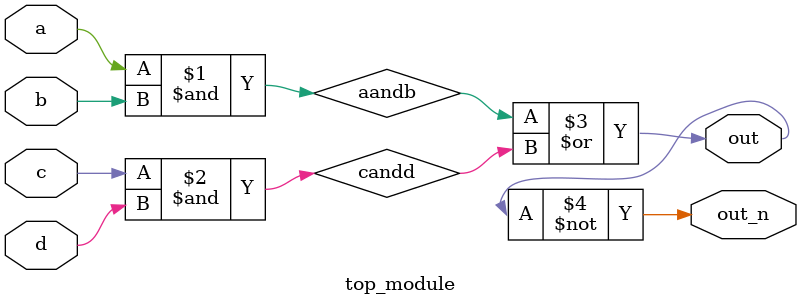
<source format=v>

`default_nettype none
module top_module(
    input a,
    input b,
    input c,
    input d,
    output out,
    output out_n   );

    wire aandb;
    wire candd;

    assign aandb = a & b;
    assign candd = c & d;

    assign out = aandb | candd;
    assign out_n = ~out;

endmodule

</source>
